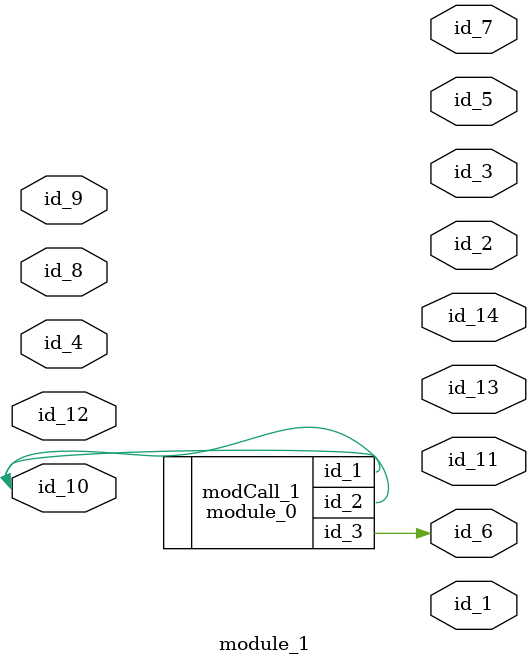
<source format=v>
module module_0 (
    id_1,
    id_2,
    id_3
);
  output wire id_3;
  inout wire id_2;
  inout wire id_1;
  wire id_4;
endmodule
module module_1 (
    id_1,
    id_2,
    id_3,
    id_4,
    id_5,
    id_6,
    id_7,
    id_8,
    id_9,
    id_10,
    id_11,
    id_12,
    id_13,
    id_14
);
  output wire id_14;
  output wire id_13;
  module_0 modCall_1 (
      id_10,
      id_10,
      id_6
  );
  input wire id_12;
  output wire id_11;
  inout wire id_10;
  input wire id_9;
  input wire id_8;
  output wire id_7;
  output wire id_6;
  output wire id_5;
  input wire id_4;
  output wire id_3;
  output wire id_2;
  output wire id_1;
endmodule

</source>
